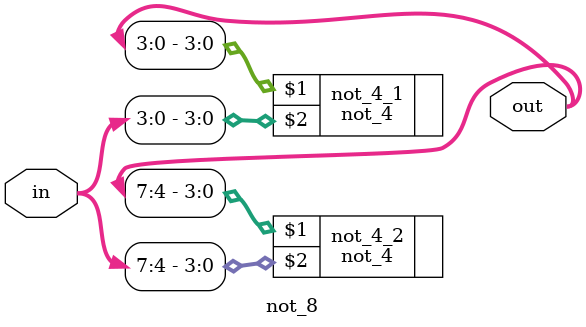
<source format=v>
module not_8(out,in);
	input[7:0] in;
	output[7:0] out;
	not_4 not_4_1(out[3:0],in[3:0]);
	not_4 not_4_2(out[7:4],in[7:4]);
endmodule
	
</source>
